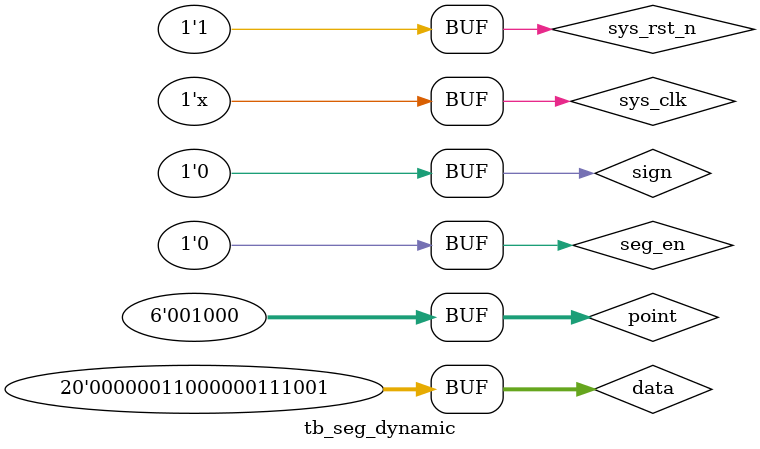
<source format=v>
`timescale 1ns/1ns
module tb_seg_dynamic();
reg 		sys_clk		;
reg			sys_rst_n	;
reg	[19:0]	data		;
reg	[5:0]	point		;
reg			sign		;
reg			seg_en		;

wire [7:0]	seg			;
wire [5:0]	sel			;

//initial
initial
	begin
		sys_clk = 1'b1		;
		sys_rst_n <= 1'b0	;	
		seg_en <= 1'b1		;
	#20
		sys_rst_n <= 1'b1	;
		data <= 20'd999_999	;
		sign <= 1'b0		;
		point <= 6'b000_010	;
	#3000
		data <= 20'd87_654 	;
		sign <= 1'b1		;
	#3000
		data <= 20'd987_654 ;
		sign <= 1'b0		;
		
	#3000
		data <= 20'd654_321	;
	#8000
		data <= 20'd12_345	;
		point <= 6'b001_000	;
	#8000
		seg_en <= 1'b0		;
	
	end


//sys_clk
always #10 sys_clk = ~sys_clk;






seg_dynamic
#(
	.CNT_SEG_MAX(16'd49)
)
seg_dynamic_inst
(
	.sys_clk	(sys_clk	),
	.sys_rst_n	(sys_rst_n	),
	.data		(data		),
	.point		(point		),
	.sign		(sign		),
	.seg_en		(seg_en		),

	.seg 		(seg 		),
	.sel        (sel        )
	
);

endmodule

</source>
